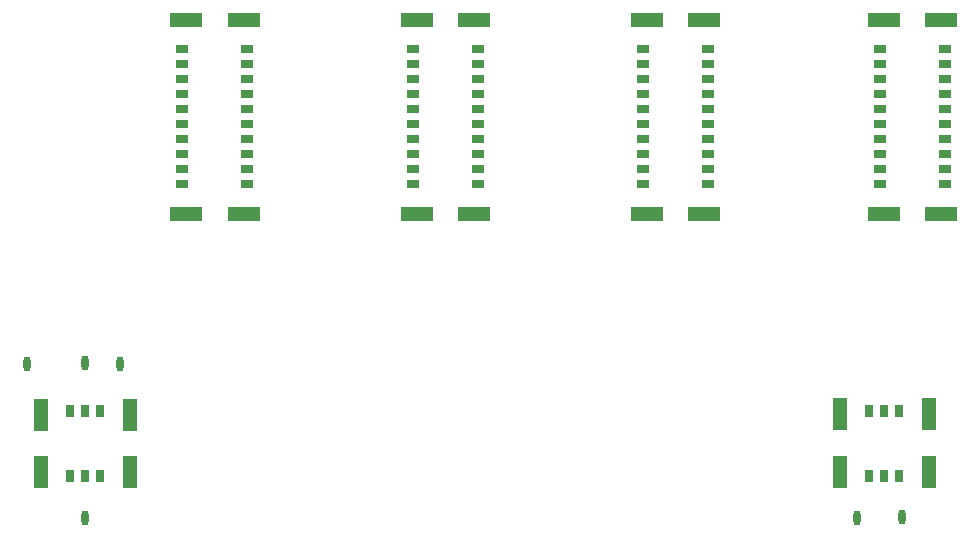
<source format=gtp>
G04*
G04 #@! TF.GenerationSoftware,Altium Limited,Altium Designer,20.1.8 (145)*
G04*
G04 Layer_Color=8421504*
%FSAX24Y24*%
%MOIN*%
G70*
G04*
G04 #@! TF.SameCoordinates,11B2BD8A-5282-4B5C-B75C-580E7C91704B*
G04*
G04*
G04 #@! TF.FilePolarity,Positive*
G04*
G01*
G75*
%ADD14O,0.0250X0.0500*%
%ADD15R,0.0433X0.0315*%
%ADD16R,0.1083X0.0472*%
%ADD17R,0.0472X0.1083*%
%ADD18R,0.0315X0.0433*%
D14*
X004934Y009719D02*
D03*
X006860Y004600D02*
D03*
X006870Y009750D02*
D03*
X008038Y009719D02*
D03*
X032582Y004601D02*
D03*
X034092Y004621D02*
D03*
D15*
X033353Y015717D02*
D03*
Y016217D02*
D03*
Y016717D02*
D03*
Y017217D02*
D03*
Y017717D02*
D03*
Y018217D02*
D03*
Y018717D02*
D03*
Y019217D02*
D03*
Y019717D02*
D03*
Y020217D02*
D03*
X035518Y015717D02*
D03*
Y016217D02*
D03*
Y016717D02*
D03*
Y017217D02*
D03*
Y017717D02*
D03*
Y018217D02*
D03*
Y018717D02*
D03*
Y019217D02*
D03*
Y019717D02*
D03*
Y020217D02*
D03*
X025462Y015717D02*
D03*
Y016217D02*
D03*
Y016717D02*
D03*
Y017217D02*
D03*
Y017717D02*
D03*
Y018217D02*
D03*
Y018717D02*
D03*
Y019217D02*
D03*
Y019717D02*
D03*
Y020217D02*
D03*
X027628Y015717D02*
D03*
Y016217D02*
D03*
Y016717D02*
D03*
Y017217D02*
D03*
Y017717D02*
D03*
Y018217D02*
D03*
Y018717D02*
D03*
Y019217D02*
D03*
Y019717D02*
D03*
Y020217D02*
D03*
X017810Y015717D02*
D03*
Y016217D02*
D03*
Y016717D02*
D03*
Y017217D02*
D03*
Y017717D02*
D03*
Y018217D02*
D03*
Y018717D02*
D03*
Y019217D02*
D03*
Y019717D02*
D03*
Y020217D02*
D03*
X019975Y015717D02*
D03*
Y016217D02*
D03*
Y016717D02*
D03*
Y017217D02*
D03*
Y017717D02*
D03*
Y018217D02*
D03*
Y018717D02*
D03*
Y019217D02*
D03*
Y019717D02*
D03*
Y020217D02*
D03*
X010111Y015717D02*
D03*
Y016217D02*
D03*
Y016717D02*
D03*
Y017217D02*
D03*
Y017717D02*
D03*
Y018217D02*
D03*
Y018717D02*
D03*
Y019217D02*
D03*
Y019717D02*
D03*
Y020217D02*
D03*
X012276Y015717D02*
D03*
Y016217D02*
D03*
Y016717D02*
D03*
Y017217D02*
D03*
Y017717D02*
D03*
Y018217D02*
D03*
Y018717D02*
D03*
Y019217D02*
D03*
Y019717D02*
D03*
Y020217D02*
D03*
D16*
X033481Y014729D02*
D03*
Y021205D02*
D03*
X035390Y014729D02*
D03*
Y021205D02*
D03*
X025590Y014729D02*
D03*
Y021205D02*
D03*
X027500Y014729D02*
D03*
Y021205D02*
D03*
X017938Y014729D02*
D03*
Y021205D02*
D03*
X019847Y014729D02*
D03*
Y021205D02*
D03*
X010239Y014729D02*
D03*
Y021205D02*
D03*
X012148Y014729D02*
D03*
Y021205D02*
D03*
D17*
X032025Y006132D02*
D03*
Y008042D02*
D03*
X035001D02*
D03*
Y006132D02*
D03*
X008358Y008035D02*
D03*
Y006125D02*
D03*
X005382D02*
D03*
Y008035D02*
D03*
D18*
X033013Y008170D02*
D03*
X033513D02*
D03*
X034013D02*
D03*
X033013Y006005D02*
D03*
X033513D02*
D03*
X034013D02*
D03*
X007370Y005997D02*
D03*
X006870D02*
D03*
X006370D02*
D03*
X007370Y008163D02*
D03*
X006870D02*
D03*
X006370D02*
D03*
M02*

</source>
